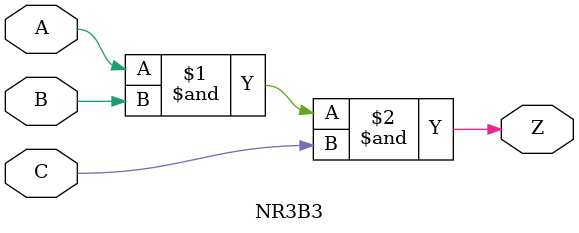
<source format=v>
`resetall
`timescale 1 ns / 100 ps

/* Created by DB2VERILOG Version 1.0.1.1 on Sat May 14 11:10:11 1994 */
/* module compiled from "lsl2db 3.6.4" run */


`celldefine
module  NR3B3  (A, B, C, Z);
input  A, B, C;
output Z;

and \wrapper.nr3b3.i1 (Z, A, B, C);

endmodule 
`endcelldefine

</source>
